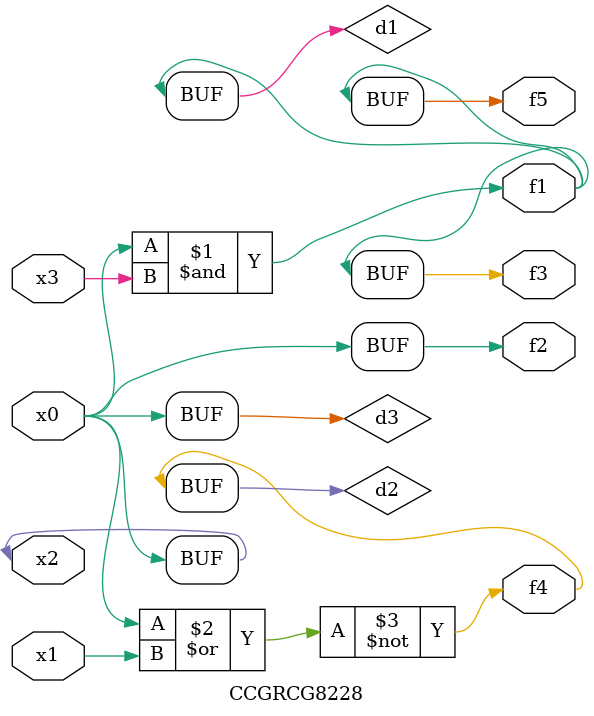
<source format=v>
module CCGRCG8228(
	input x0, x1, x2, x3,
	output f1, f2, f3, f4, f5
);

	wire d1, d2, d3;

	and (d1, x2, x3);
	nor (d2, x0, x1);
	buf (d3, x0, x2);
	assign f1 = d1;
	assign f2 = d3;
	assign f3 = d1;
	assign f4 = d2;
	assign f5 = d1;
endmodule

</source>
